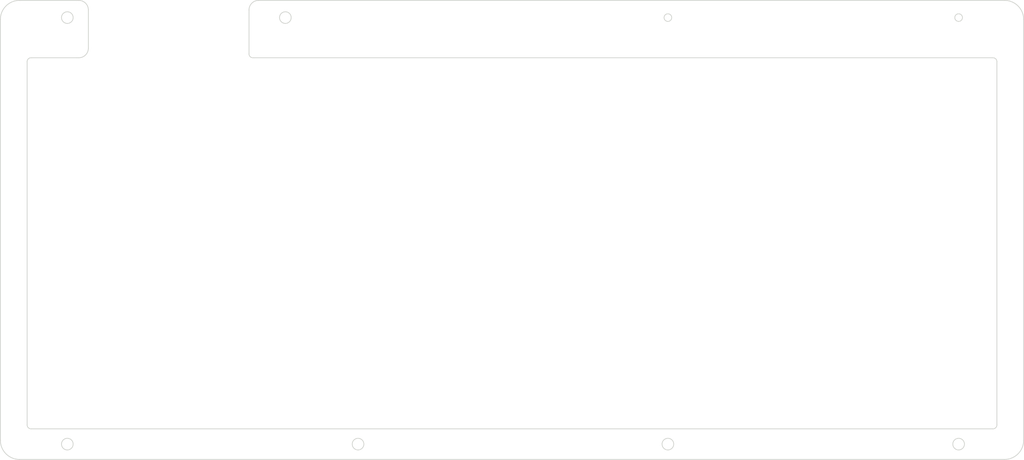
<source format=kicad_pcb>
(kicad_pcb (version 20171130) (host pcbnew 5.0.1)

  (general
    (thickness 1.6)
    (drawings 32)
    (tracks 0)
    (zones 0)
    (modules 0)
    (nets 1)
  )

  (page A3)
  (layers
    (0 F.Cu signal)
    (31 B.Cu signal)
    (32 B.Adhes user)
    (33 F.Adhes user)
    (34 B.Paste user)
    (35 F.Paste user)
    (36 B.SilkS user)
    (37 F.SilkS user)
    (38 B.Mask user)
    (39 F.Mask user)
    (40 Dwgs.User user)
    (41 Cmts.User user)
    (42 Eco1.User user)
    (43 Eco2.User user)
    (44 Edge.Cuts user)
    (45 Margin user)
    (46 B.CrtYd user)
    (47 F.CrtYd user)
    (48 B.Fab user)
    (49 F.Fab user)
  )

  (setup
    (last_trace_width 0.25)
    (trace_clearance 0.2)
    (zone_clearance 0.508)
    (zone_45_only no)
    (trace_min 0.2)
    (segment_width 0.2)
    (edge_width 0.2)
    (via_size 0.8)
    (via_drill 0.4)
    (via_min_size 0.4)
    (via_min_drill 0.3)
    (uvia_size 0.3)
    (uvia_drill 0.1)
    (uvias_allowed no)
    (uvia_min_size 0.2)
    (uvia_min_drill 0.1)
    (pcb_text_width 0.3)
    (pcb_text_size 1.5 1.5)
    (mod_edge_width 0.15)
    (mod_text_size 1 1)
    (mod_text_width 0.15)
    (pad_size 1.524 1.524)
    (pad_drill 0.762)
    (pad_to_mask_clearance 0.051)
    (solder_mask_min_width 0.25)
    (aux_axis_origin 0 0)
    (visible_elements FFFDF7FF)
    (pcbplotparams
      (layerselection 0x010fc_ffffffff)
      (usegerberextensions false)
      (usegerberattributes false)
      (usegerberadvancedattributes false)
      (creategerberjobfile false)
      (excludeedgelayer true)
      (linewidth 0.100000)
      (plotframeref false)
      (viasonmask false)
      (mode 1)
      (useauxorigin false)
      (hpglpennumber 1)
      (hpglpenspeed 20)
      (hpglpendiameter 15.000000)
      (psnegative false)
      (psa4output false)
      (plotreference true)
      (plotvalue true)
      (plotinvisibletext false)
      (padsonsilk false)
      (subtractmaskfromsilk false)
      (outputformat 1)
      (mirror false)
      (drillshape 1)
      (scaleselection 1)
      (outputdirectory "../Photos/Profiled Case/"))
  )

  (net 0 "")

  (net_class Default "This is the default net class."
    (clearance 0.2)
    (trace_width 0.25)
    (via_dia 0.8)
    (via_drill 0.4)
    (uvia_dia 0.3)
    (uvia_drill 0.1)
  )

  (gr_circle (center 325 72.5) (end 326 72.5) (layer Edge.Cuts) (width 0.2))
  (gr_circle (center 249 72.5) (end 250 72.5) (layer Edge.Cuts) (width 0.2))
  (gr_arc (start 337 73) (end 342 73) (angle -90) (layer Edge.Cuts) (width 0.2))
  (gr_arc (start 79.5 73) (end 79.5 68) (angle -90) (layer Edge.Cuts) (width 0.2))
  (gr_arc (start 337 183) (end 337 188) (angle -90) (layer Edge.Cuts) (width 0.2))
  (gr_arc (start 79.5 183) (end 74.5 183) (angle -90) (layer Edge.Cuts) (width 0.2))
  (gr_circle (center 92 184) (end 93.3 184.8) (layer Edge.Cuts) (width 0.2))
  (gr_circle (center 168 184) (end 169.4 184.6) (layer Edge.Cuts) (width 0.2))
  (gr_circle (center 249 184) (end 250.3 184.8) (layer Edge.Cuts) (width 0.2))
  (gr_circle (center 325 184) (end 326.4 184.6) (layer Edge.Cuts) (width 0.2))
  (gr_circle (center 149 72.5) (end 150.3 73.3) (layer Edge.Cuts) (width 0.2))
  (gr_circle (center 92 72.5) (end 93.3 73.3) (layer Edge.Cuts) (width 0.2))
  (gr_line (start 79.5 68) (end 95 68) (layer Edge.Cuts) (width 0.2))
  (gr_arc (start 334 179) (end 334 180) (angle -90) (layer Edge.Cuts) (width 0.2))
  (gr_arc (start 334 84) (end 335 84) (angle -90) (layer Edge.Cuts) (width 0.2))
  (gr_arc (start 140.5 82) (end 139.5 82) (angle -90) (layer Edge.Cuts) (width 0.2))
  (gr_arc (start 142 70.5) (end 142 68) (angle -90) (layer Edge.Cuts) (width 0.2))
  (gr_arc (start 82.5 179) (end 81.5 179) (angle -90) (layer Edge.Cuts) (width 0.2))
  (gr_arc (start 82.5 84) (end 82.5 83) (angle -90) (layer Edge.Cuts) (width 0.2))
  (gr_arc (start 95 80.5) (end 95 83) (angle -90) (layer Edge.Cuts) (width 0.2))
  (gr_arc (start 95 70.5) (end 97.5 70.5) (angle -90) (layer Edge.Cuts) (width 0.2))
  (gr_line (start 334 83) (end 140.5 83) (layer Edge.Cuts) (width 0.2))
  (gr_line (start 335 179) (end 335 84) (layer Edge.Cuts) (width 0.2))
  (gr_line (start 82.5 180) (end 334 180) (layer Edge.Cuts) (width 0.2))
  (gr_line (start 81.5 84) (end 81.5 179) (layer Edge.Cuts) (width 0.2))
  (gr_line (start 95 83) (end 82.5 83) (layer Edge.Cuts) (width 0.2))
  (gr_line (start 97.5 70.5) (end 97.5 80.5) (layer Edge.Cuts) (width 0.2))
  (gr_line (start 139.5 70.5) (end 139.5 82) (layer Edge.Cuts) (width 0.2))
  (gr_line (start 342 73) (end 342 183) (layer Edge.Cuts) (width 0.2))
  (gr_line (start 74.5 183) (end 74.5 73) (layer Edge.Cuts) (width 0.2) (tstamp 5C464E26))
  (gr_line (start 337 188) (end 79.5 188) (layer Edge.Cuts) (width 0.2))
  (gr_line (start 142 68) (end 337 68) (layer Edge.Cuts) (width 0.2))

)

</source>
